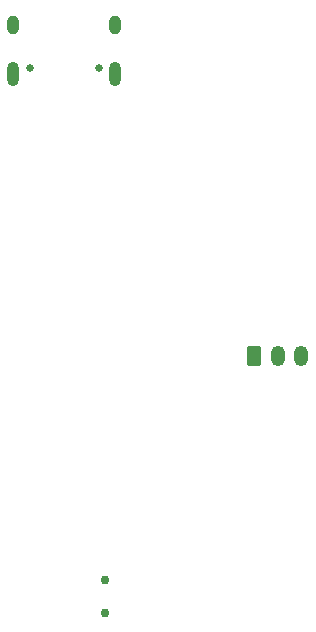
<source format=gbr>
%TF.GenerationSoftware,KiCad,Pcbnew,7.0.10*%
%TF.CreationDate,2024-08-20T03:50:42-07:00*%
%TF.ProjectId,kicad,6b696361-642e-46b6-9963-61645f706362,rev?*%
%TF.SameCoordinates,Original*%
%TF.FileFunction,Soldermask,Bot*%
%TF.FilePolarity,Negative*%
%FSLAX46Y46*%
G04 Gerber Fmt 4.6, Leading zero omitted, Abs format (unit mm)*
G04 Created by KiCad (PCBNEW 7.0.10) date 2024-08-20 03:50:42*
%MOMM*%
%LPD*%
G01*
G04 APERTURE LIST*
G04 Aperture macros list*
%AMRoundRect*
0 Rectangle with rounded corners*
0 $1 Rounding radius*
0 $2 $3 $4 $5 $6 $7 $8 $9 X,Y pos of 4 corners*
0 Add a 4 corners polygon primitive as box body*
4,1,4,$2,$3,$4,$5,$6,$7,$8,$9,$2,$3,0*
0 Add four circle primitives for the rounded corners*
1,1,$1+$1,$2,$3*
1,1,$1+$1,$4,$5*
1,1,$1+$1,$6,$7*
1,1,$1+$1,$8,$9*
0 Add four rect primitives between the rounded corners*
20,1,$1+$1,$2,$3,$4,$5,0*
20,1,$1+$1,$4,$5,$6,$7,0*
20,1,$1+$1,$6,$7,$8,$9,0*
20,1,$1+$1,$8,$9,$2,$3,0*%
G04 Aperture macros list end*
%ADD10RoundRect,0.250000X-0.350000X-0.625000X0.350000X-0.625000X0.350000X0.625000X-0.350000X0.625000X0*%
%ADD11O,1.200000X1.750000*%
%ADD12C,0.750000*%
%ADD13C,0.650000*%
%ADD14O,1.000000X2.100000*%
%ADD15O,1.000000X1.600000*%
G04 APERTURE END LIST*
D10*
%TO.C,J1*%
X168960000Y-101610000D03*
D11*
X170960000Y-101610000D03*
X172960000Y-101610000D03*
%TD*%
D12*
%TO.C,SW3*%
X156350000Y-123300000D03*
X156350000Y-120550000D03*
%TD*%
D13*
%TO.C,J6*%
X155790000Y-77180000D03*
X150010000Y-77180000D03*
D14*
X157220000Y-77710000D03*
D15*
X157220000Y-73530000D03*
D14*
X148580000Y-77710000D03*
D15*
X148580000Y-73530000D03*
%TD*%
M02*

</source>
